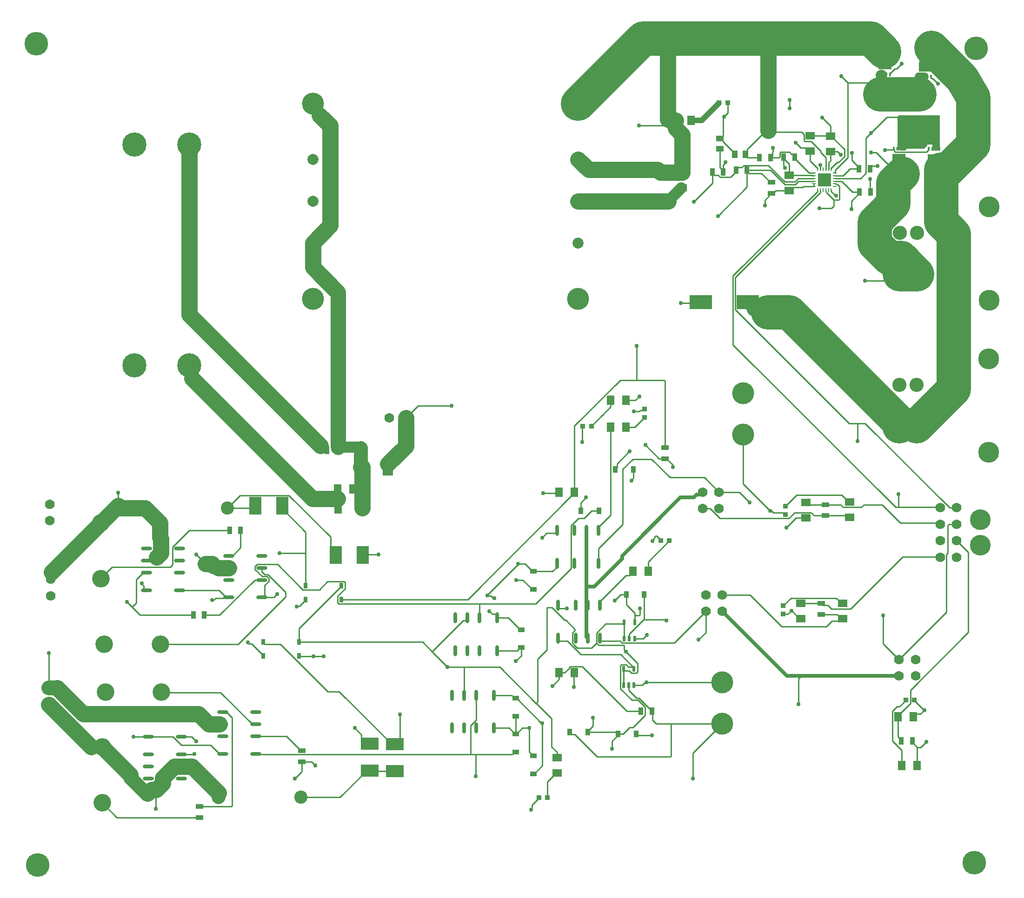
<source format=gtl>
G04*
G04 #@! TF.GenerationSoftware,Altium Limited,Altium Designer,21.7.2 (23)*
G04*
G04 Layer_Physical_Order=1*
G04 Layer_Color=255*
%FSLAX25Y25*%
%MOIN*%
G70*
G04*
G04 #@! TF.SameCoordinates,1753F5FE-5082-4D15-9E76-917EA7E0E8BB*
G04*
G04*
G04 #@! TF.FilePolarity,Positive*
G04*
G01*
G75*
%ADD12C,0.01000*%
%ADD17C,0.03000*%
%ADD18R,0.03583X0.04803*%
%ADD19R,0.01654X0.02756*%
%ADD20R,0.09331X0.06732*%
%ADD21O,0.02756X0.07874*%
%ADD22R,0.04803X0.03583*%
%ADD23R,0.03543X0.05315*%
%ADD24R,0.00984X0.02756*%
%ADD25R,0.09646X0.09646*%
%ADD26R,0.02756X0.00984*%
%ADD27R,0.06890X0.05709*%
%ADD28R,0.05709X0.06890*%
%ADD29R,0.12795X0.08661*%
%ADD30O,0.07874X0.02756*%
%ADD31R,0.08661X0.12795*%
%ADD32R,0.05315X0.03543*%
%ADD33R,0.03543X0.03740*%
%ADD34R,0.03740X0.03543*%
%ADD35R,0.02362X0.03937*%
%ADD36R,0.07717X0.12402*%
%ADD37R,0.05512X0.08268*%
%ADD38R,0.03150X0.03937*%
%ADD39R,0.16339X0.09843*%
%ADD40R,0.04134X0.05512*%
%ADD41R,0.05512X0.04134*%
%ADD77C,0.10000*%
%ADD78C,0.11811*%
%ADD79C,0.24800*%
%ADD80C,0.02500*%
%ADD81C,0.02000*%
%ADD82C,0.24799*%
%ADD83C,0.01968*%
%ADD84C,0.07874*%
%ADD85C,0.06299*%
%ADD86C,0.05906*%
%ADD87C,0.10236*%
%ADD88C,0.03937*%
%ADD89C,0.11024*%
%ADD90C,0.15748*%
%ADD91C,0.10630*%
%ADD92C,0.15748*%
%ADD93C,0.07000*%
%ADD94C,0.10158*%
%ADD95C,0.15000*%
%ADD96C,0.07874*%
%ADD97C,0.12598*%
%ADD98C,0.09449*%
%ADD99C,0.17323*%
%ADD100C,0.14800*%
%ADD101C,0.16929*%
G36*
X667717Y-102362D02*
X662598D01*
Y-98032D01*
X658661D01*
Y-98819D01*
X656496Y-100984D01*
X637303D01*
Y-78248D01*
X638189Y-77165D01*
X667717D01*
Y-102362D01*
D02*
G37*
D12*
X437087Y-520583D02*
X440756D01*
X437087Y-520866D02*
Y-520583D01*
Y-521476D02*
Y-520866D01*
X432677Y-525886D02*
X437087Y-521476D01*
X432677Y-531496D02*
Y-525886D01*
X450000Y-520866D02*
X450787Y-521654D01*
X461417D01*
X205512Y-552756D02*
X210630Y-547638D01*
Y-540551D01*
X449016Y-435433D02*
Y-433937D01*
Y-440551D02*
Y-435433D01*
X449409Y-435827D02*
X452170D01*
X452756Y-435241D02*
Y-430709D01*
X452170Y-435827D02*
X452756Y-435241D01*
X449016Y-435433D02*
X449409Y-435827D01*
X105905Y-574409D02*
Y-560811D01*
X77953Y-580709D02*
X137008D01*
X137894D01*
X67323Y-570079D02*
X77953Y-580709D01*
X137008Y-572835D02*
X159788D01*
X160374Y-572249D01*
Y-508996D01*
X134646Y-392126D02*
X141339Y-398819D01*
X78740Y-357087D02*
Y-347638D01*
X450394Y-266929D02*
X470280D01*
X438743D02*
X450394D01*
Y-242520D01*
X466535Y-323228D02*
X470866D01*
X456693Y-313386D02*
X466535Y-323228D01*
X455492Y-438677D02*
X471654D01*
X471752Y-323228D02*
X475995Y-327472D01*
Y-329145D02*
X476378Y-329528D01*
X470866Y-323228D02*
X471752D01*
X475995Y-329145D02*
Y-327472D01*
X475197Y-513386D02*
X511811D01*
X464629D02*
X475197D01*
Y-536560D02*
Y-513386D01*
X474611Y-537146D02*
X475197Y-536560D01*
X452144Y-494967D02*
X461811Y-504634D01*
Y-510568D02*
Y-504634D01*
Y-510568D02*
X464629Y-513386D01*
X457480Y-483858D02*
X511811D01*
X526772Y-341339D02*
Y-305906D01*
Y-341339D02*
X546063Y-360630D01*
X548630Y-362114D02*
X555815D01*
X546063Y-360630D02*
X547145D01*
X548630Y-362114D01*
X617717Y-131496D02*
X618110Y-131890D01*
X617717Y-131496D02*
Y-122835D01*
X618988Y-113386D02*
X623228D01*
X622047Y-103543D02*
X631299Y-112795D01*
X618504Y-103543D02*
X622047D01*
X631299Y-112795D02*
X634744D01*
X638583Y-78347D02*
X638976Y-77953D01*
X629921Y-78347D02*
X638583D01*
X618504Y-89764D02*
X629921Y-78347D01*
X637303Y-100984D02*
X637402Y-100886D01*
X634744Y-101259D02*
X635071Y-101586D01*
X614945Y-118426D02*
Y-93323D01*
X611127Y-122244D02*
X614945Y-118426D01*
X617717Y-115354D02*
Y-114657D01*
X635657Y-103362D02*
X658213D01*
X617717Y-114657D02*
X618988Y-113386D01*
X635071Y-102776D02*
X635657Y-103362D01*
X614945Y-93323D02*
X618504Y-89764D01*
X635071Y-102776D02*
Y-101586D01*
X658213Y-103362D02*
X659941Y-101634D01*
X652783Y-61051D02*
X654098Y-62365D01*
X626606Y-48280D02*
X627058Y-48287D01*
X627058D01*
X625972Y-49382D02*
X627067Y-48287D01*
X625859Y-48267D02*
X626606Y-48280D01*
X627058Y-48287D02*
X627067Y-48287D01*
X652783Y-61051D02*
Y-49409D01*
X625197Y-62205D02*
Y-53681D01*
Y-63194D02*
Y-62205D01*
X662009Y-50651D02*
X662856D01*
X666535Y-54331D01*
X661646Y-50287D02*
X662009Y-50651D01*
X661344Y-50287D02*
X661646D01*
X601713Y-53681D02*
X625197D01*
Y-50157D01*
X625972Y-49382D01*
X653512Y-63779D02*
X654098Y-63194D01*
Y-62365D01*
X625197Y-63194D02*
X625783Y-63779D01*
X661319Y-49409D02*
X661344Y-50287D01*
X609055Y-115354D02*
Y-113681D01*
X628346Y-101969D02*
X628729Y-101586D01*
X634417D01*
X634744Y-101259D01*
Y-100984D01*
X642421Y-113347D02*
Y-112795D01*
X659941Y-101634D02*
Y-101083D01*
X544882Y-86221D02*
X547638Y-88976D01*
X544882Y-86221D02*
Y-86221D01*
X674675Y-358533D02*
X679850D01*
X608661Y-298031D02*
X614173D01*
X674675Y-358533D01*
X595265Y-137795D02*
X595807Y-137253D01*
Y-128153D01*
X594312Y-126657D02*
X595807Y-128153D01*
X593866Y-126657D02*
X594312D01*
X593390Y-126181D02*
X593866Y-126657D01*
X592520Y-126181D02*
X593390D01*
X583465Y-78740D02*
X589370Y-84646D01*
Y-92126D02*
Y-84646D01*
X574803Y-91732D02*
X588976D01*
X589370Y-92126D01*
X512992Y-78494D02*
Y-77953D01*
X515650Y-75295D02*
Y-68110D01*
X512992Y-77953D02*
X515650Y-75295D01*
X512492Y-78994D02*
X512992Y-78494D01*
X512492Y-92134D02*
Y-78994D01*
X520866Y-105118D02*
Y-104429D01*
X512492Y-96055D02*
X520866Y-104429D01*
X512492Y-96055D02*
Y-95268D01*
X510925Y-93701D02*
X512492Y-95268D01*
X592520Y-122244D02*
X611127D01*
X519547Y-241595D02*
Y-192150D01*
X580118Y-131579D01*
X519547Y-241595D02*
X636092Y-358139D01*
X638583D01*
X672550Y-392069D02*
X673622Y-390997D01*
Y-371125D01*
X674414Y-370333D01*
X672550Y-433366D02*
Y-392069D01*
X674414Y-370333D02*
X679850D01*
X463967Y-378870D02*
X464795D01*
X463260Y-379577D02*
X463967Y-378870D01*
X463260Y-380450D02*
Y-379577D01*
X461885Y-382366D02*
Y-381824D01*
X464795Y-378870D02*
X466445Y-380520D01*
X461885Y-381824D02*
X463260Y-380450D01*
X466445Y-380520D02*
X466543D01*
X467815Y-381890D02*
Y-381791D01*
X466543Y-380520D02*
X467815Y-381791D01*
X498990Y-336796D02*
X509449Y-347255D01*
X474348Y-336796D02*
X498990D01*
X509449Y-347255D02*
X524027D01*
X440551Y-370401D02*
Y-330854D01*
X423228Y-387723D02*
X440551Y-370401D01*
X423228Y-398425D02*
Y-387723D01*
X445276Y-318110D02*
X445413D01*
X436409Y-326976D02*
X445276Y-318110D01*
X446850Y-338435D02*
X448032Y-337254D01*
Y-331102D01*
X446850Y-332283D02*
X448032Y-331102D01*
X446850Y-338976D02*
Y-338435D01*
X436409Y-329811D02*
Y-326976D01*
X452425Y-289370D02*
X452925Y-288870D01*
X455027D01*
X448425Y-289370D02*
X452425D01*
X511800Y-420877D02*
X531674D01*
X596681Y-439539D02*
X598032Y-438189D01*
X531674Y-420877D02*
X554340Y-443543D01*
X586583D01*
X124213Y-535236D02*
X133268D01*
X124016Y-535433D02*
X124213Y-535236D01*
X97154Y-416905D02*
Y-414624D01*
X96318Y-404307D02*
X97129Y-405118D01*
X95669Y-413140D02*
X97154Y-414624D01*
X86024Y-426968D02*
X88779Y-429724D01*
X74417Y-401181D02*
X116142D01*
X98425Y-405118D02*
X98819Y-405512D01*
X95669Y-413140D02*
Y-412598D01*
X116142Y-401181D02*
X117898Y-399425D01*
X66535Y-409063D02*
X74417Y-401181D01*
X66535Y-409449D02*
Y-409063D01*
X99213Y-396457D02*
X101772D01*
X117898Y-399425D02*
Y-386810D01*
X129905Y-374803D01*
X158661D01*
X252347Y-329528D02*
Y-315165D01*
X236221Y-351969D02*
Y-344882D01*
Y-358268D02*
Y-351969D01*
Y-358268D02*
X236614Y-358661D01*
X236221Y-344882D02*
Y-344291D01*
X445284Y-406882D02*
X447638Y-404528D01*
X442921Y-406882D02*
X445284D01*
X424016Y-425787D02*
X442921Y-406882D01*
X424016Y-428346D02*
Y-425787D01*
X405823Y-456906D02*
X407792Y-458874D01*
X418215D01*
X405708Y-456906D02*
X405823D01*
X418215Y-458874D02*
X421638Y-455451D01*
X303937Y-461811D02*
X314690Y-472564D01*
X326772Y-472835D02*
X327165D01*
X314961D02*
X326772D01*
X314690D02*
X314961D01*
X421638Y-453728D02*
Y-448424D01*
X441535Y-460481D02*
X451181Y-470126D01*
X421638Y-448424D02*
X428190Y-441872D01*
X406279Y-446461D02*
Y-445632D01*
X404315Y-455513D02*
X405708Y-456906D01*
X404315Y-455513D02*
Y-448424D01*
X399729Y-439083D02*
X406279Y-445632D01*
X394906Y-454028D02*
X400709D01*
X410387Y-463705D02*
X439099D01*
X404315Y-448424D02*
X406279Y-446461D01*
X400709Y-454028D02*
X410387Y-463705D01*
X601713Y-107427D02*
Y-53681D01*
X632185Y-47736D02*
Y-47185D01*
X635536Y-43834D01*
X636874D01*
X640551Y-40157D01*
X597047Y-49016D02*
X601713Y-53681D01*
X451968Y-84252D02*
X468706D01*
X472835Y-80123D01*
X614173Y-195669D02*
X634331D01*
X639055Y-190945D01*
X363779Y-520709D02*
Y-508032D01*
X363169Y-520709D02*
X363779D01*
X348031Y-516535D02*
X358996D01*
X363169Y-520709D01*
X364390Y-495118D02*
X382264Y-512992D01*
X363779Y-495118D02*
X364390D01*
X382264Y-512992D02*
X382677D01*
X360965Y-492913D02*
X363169Y-495118D01*
X363779D01*
X348031Y-492913D02*
X360965D01*
X331496Y-535524D02*
X334646D01*
X181582D02*
X331496D01*
Y-514550D01*
X335433Y-510613D02*
Y-492913D01*
X331496Y-514550D02*
X335433Y-510613D01*
X327165Y-472835D02*
X352362D01*
X326772Y-492913D02*
Y-473228D01*
X327165Y-472835D01*
X382677Y-543524D02*
Y-512992D01*
X376988Y-549213D02*
X382677Y-543524D01*
X344939Y-432677D02*
X347032Y-434770D01*
X350394Y-437402D02*
Y-435581D01*
X349583Y-434770D02*
X350394Y-435581D01*
X347032Y-434770D02*
X349583D01*
X344882Y-432677D02*
X344939D01*
X343690Y-421642D02*
X346298D01*
X347884Y-423228D01*
X343307Y-421260D02*
X343690Y-421642D01*
X347884Y-423228D02*
X348425D01*
X378237Y-427260D02*
X403528Y-401969D01*
X337795Y-427260D02*
X378237D01*
X236790D02*
X337795D01*
X337795Y-427260D02*
X337795Y-427260D01*
X337795Y-437402D02*
Y-427260D01*
X350394Y-437402D02*
X358602D01*
X367106Y-445905D01*
X367717D01*
X363779Y-468504D02*
X367717Y-464567D01*
Y-458819D01*
X367106D02*
X367717D01*
X350394Y-461024D02*
X364902D01*
X367106Y-458819D01*
X296969Y-454843D02*
X303937Y-461811D01*
X329134Y-438681D02*
Y-437402D01*
X328323Y-439492D02*
X329134Y-438681D01*
X326256Y-439492D02*
X328323D01*
X303937Y-461811D02*
X326256Y-439492D01*
X378150Y-498622D02*
X378543D01*
X386221Y-429921D02*
X389747D01*
X398909Y-439083D01*
X386221Y-460433D02*
Y-429921D01*
X398909Y-439083D02*
X399729D01*
X94488Y-435433D02*
X132677D01*
X88779Y-429724D02*
X94488Y-435433D01*
X91732Y-426772D02*
Y-410039D01*
X88779Y-429724D02*
X91732Y-426772D01*
X151591Y-435433D02*
X176788Y-410236D01*
X140551Y-435433D02*
X141823Y-434161D01*
Y-433276D01*
X140551Y-435433D02*
X151591D01*
X560236Y-72047D02*
Y-66142D01*
X548032Y-103394D02*
Y-100394D01*
X546457Y-107480D02*
X547728Y-106209D01*
Y-103697D01*
X548032Y-103394D01*
X555905Y-107972D02*
Y-107087D01*
Y-113238D02*
Y-107972D01*
Y-113238D02*
X556693Y-114026D01*
Y-114567D02*
Y-114026D01*
X504724Y-118602D02*
Y-117717D01*
Y-125591D02*
Y-118602D01*
X491339Y-138976D02*
X504724Y-125591D01*
X610236Y-132776D02*
Y-131890D01*
X604331Y-138681D02*
X610236Y-132776D01*
X604331Y-144488D02*
Y-138681D01*
X603441Y-115354D02*
X609055D01*
X604724Y-109350D02*
Y-103937D01*
Y-109350D02*
X609055Y-113681D01*
X608661Y-298031D02*
Y-298031D01*
Y-310630D02*
Y-298031D01*
X602720D02*
X608661D01*
X608661Y-298031D01*
X638583Y-358139D02*
X667657D01*
X638189Y-357746D02*
Y-348819D01*
Y-357746D02*
X638583Y-358139D01*
X521047Y-216359D02*
X602720Y-298031D01*
X566535Y-481091D02*
X568504Y-479123D01*
X566535Y-499213D02*
Y-481091D01*
X529528Y-117421D02*
Y-116535D01*
Y-128347D02*
Y-117421D01*
X508661Y-149213D02*
X529528Y-128347D01*
X572449Y-100402D02*
X574803Y-102756D01*
X564567Y-96850D02*
X568118Y-100402D01*
X572449D01*
X482283Y-211811D02*
X495768D01*
X496555Y-211024D01*
X582087Y-115748D02*
X582094Y-115740D01*
Y-112787D01*
X582283Y-112598D01*
X589370Y-92126D02*
X589961D01*
X595189Y-110709D02*
X599350Y-106547D01*
Y-101516D01*
X594130Y-110709D02*
X595189D01*
X589961Y-92126D02*
X599350Y-101516D01*
X589961Y-114878D02*
X594130Y-110709D01*
X589961Y-115748D02*
Y-114878D01*
X594488Y-103150D02*
X596850Y-105512D01*
X589370Y-103150D02*
X594488D01*
X653642Y-49409D02*
X654232D01*
X592833Y-118307D02*
X592840Y-118299D01*
X592520Y-118307D02*
X592833D01*
X592840Y-118299D02*
Y-116299D01*
X601713Y-107427D01*
X581496Y-143701D02*
X590279D01*
X591794Y-142185D01*
Y-137795D01*
X593027Y-134646D02*
X593307D01*
X589961Y-131579D02*
Y-130709D01*
Y-131579D02*
X593027Y-134646D01*
X591794Y-137795D02*
X595265D01*
X587086Y-133087D02*
X591794Y-137795D01*
X587086Y-133087D02*
X587086D01*
X586500Y-132501D02*
X587086Y-133087D01*
X530217Y-211024D02*
X534638Y-215445D01*
X586031Y-131587D02*
X586500Y-132055D01*
Y-132501D02*
Y-132055D01*
X521047Y-193520D02*
X582079Y-132488D01*
X521047Y-216359D02*
Y-193520D01*
X582079Y-130717D02*
X582087Y-130709D01*
X582079Y-132488D02*
Y-130717D01*
X580118Y-131579D02*
Y-130709D01*
X512598Y-116831D02*
Y-112746D01*
Y-117717D02*
Y-116831D01*
X514173Y-111171D02*
Y-110630D01*
X512598Y-112746D02*
X514173Y-111171D01*
X589370Y-109502D02*
Y-103150D01*
X587992Y-110880D02*
X589370Y-109502D01*
X587992Y-115748D02*
Y-110880D01*
X580118Y-115748D02*
Y-114878D01*
X574803Y-109563D02*
Y-102756D01*
Y-109563D02*
X580118Y-114878D01*
X657480Y-42224D02*
X658779D01*
X598520Y-120276D02*
X603441Y-115354D01*
X592520Y-120276D02*
X598520D01*
X546358Y-133071D02*
X547244D01*
X545087Y-134343D02*
X546358Y-133071D01*
X545087Y-135228D02*
Y-134343D01*
X542583Y-137732D02*
X545087Y-135228D01*
X542583Y-141669D02*
Y-137732D01*
X542520Y-141732D02*
X542583Y-141669D01*
X597339Y-124213D02*
X605016Y-131890D01*
X610236D01*
X592520Y-124213D02*
X597339D01*
X576492Y-120079D02*
X576689Y-120276D01*
X577559D01*
X559842Y-120079D02*
X576492D01*
X556853Y-124803D02*
X563920D01*
X566479Y-122244D01*
X544928Y-112878D02*
X556853Y-124803D01*
X564073Y-126772D02*
X566632Y-124213D01*
X562787Y-128748D02*
X569435D01*
X560433Y-131102D02*
X562787Y-128748D01*
X570034Y-128150D02*
X577559D01*
X546464Y-116535D02*
X556701Y-126772D01*
X564073D01*
X569435Y-128748D02*
X570034Y-128150D01*
X550098Y-131102D02*
X560433D01*
X566479Y-122244D02*
X577559D01*
X527342Y-112878D02*
X544928D01*
X522925Y-114378D02*
X525842D01*
X521654Y-115650D02*
X522925Y-114378D01*
X525842D02*
X527342Y-112878D01*
X529528Y-116535D02*
X546464D01*
X521654D02*
Y-115650D01*
X566632Y-124213D02*
X577559D01*
X529528Y-117421D02*
X530799Y-118693D01*
X539854D01*
X546358Y-125197D02*
X547244D01*
X539854Y-118693D02*
X546358Y-125197D01*
X555905Y-107972D02*
X559842Y-111909D01*
Y-120079D02*
Y-111909D01*
X505996Y-119874D02*
X508913D01*
X521654Y-117421D02*
Y-116535D01*
X504724Y-118602D02*
X505996Y-119874D01*
X508913D02*
X510413Y-121374D01*
X517701D01*
X521654Y-117421D01*
X548130Y-133071D02*
X550098Y-131102D01*
X547244Y-133071D02*
X548130D01*
X577559Y-128150D02*
Y-126181D01*
X563779Y-107972D02*
X574114Y-118307D01*
X577559D01*
X563779Y-107972D02*
Y-107087D01*
X561622Y-104929D02*
X562508D01*
X560122Y-103429D02*
X561622Y-104929D01*
X553720Y-103429D02*
X560122D01*
X553134Y-104015D02*
X553720Y-103429D01*
X563779Y-107087D02*
Y-106201D01*
X562508Y-104929D02*
X563779Y-106201D01*
X553134Y-106895D02*
Y-104015D01*
X546457Y-107480D02*
X552548D01*
X553134Y-106895D01*
X547638Y-88976D02*
X568737D01*
X570358Y-90598D01*
Y-95001D02*
X570944Y-95587D01*
X575347D01*
X570358Y-95001D02*
Y-90598D01*
X575347Y-95587D02*
X582339Y-102578D01*
X529637Y-101465D02*
X544882Y-86221D01*
X528346Y-105118D02*
X529637Y-103827D01*
Y-101465D01*
X582339Y-103832D02*
Y-102578D01*
Y-103832D02*
X586024Y-107517D01*
Y-115748D02*
Y-107517D01*
X529913Y-107374D02*
X530602D01*
X530709Y-107480D01*
X528346Y-105807D02*
Y-105118D01*
Y-105807D02*
X529913Y-107374D01*
X530709Y-107480D02*
X538583D01*
X510236Y-114469D02*
X512598Y-116831D01*
X510236Y-114469D02*
Y-101181D01*
Y-93701D02*
X510925D01*
X512492Y-92134D01*
X472185Y-21910D02*
X472835D01*
X478375Y-85068D02*
Y-80737D01*
X509547Y-68209D02*
Y-68110D01*
X482480Y-129134D02*
X483071D01*
X277165Y-528150D02*
X280709Y-524606D01*
Y-506693D01*
X335039Y-551181D02*
Y-535917D01*
X334646Y-535524D02*
X335039Y-535917D01*
X334646Y-535524D02*
X361292D01*
X183138Y-422835D02*
X190551D01*
X181890D02*
X183138D01*
X190551D02*
X192913Y-420472D01*
X109055Y-456299D02*
X164961D01*
X186055Y-406358D02*
X198819Y-419122D01*
X164961Y-456299D02*
X198819Y-422441D01*
Y-419122D01*
X172419Y-455884D02*
X174309D01*
X171653Y-455118D02*
X172419Y-455884D01*
X174309D02*
X182874Y-464449D01*
X365354Y-399016D02*
Y-398819D01*
X343307Y-421260D02*
Y-421063D01*
X365354Y-399016D01*
X213189Y-391732D02*
Y-375886D01*
Y-414291D02*
Y-391732D01*
X212402Y-390945D02*
X213189Y-391732D01*
X194488Y-390945D02*
X212402D01*
X254528Y-392126D02*
X265354D01*
X254134Y-392520D02*
X254528Y-392126D01*
X177559Y-535039D02*
X177895Y-535375D01*
X181434D01*
X181582Y-535524D01*
X361878Y-534938D02*
Y-534913D01*
X361292Y-535524D02*
X361878Y-534938D01*
X110236Y-490945D02*
X152165D01*
X109843Y-490551D02*
X110236Y-490945D01*
X218307Y-71965D02*
Y-68583D01*
Y-71965D02*
X223244Y-76903D01*
X133268Y-535236D02*
X133465Y-535039D01*
X210630Y-540551D02*
X217323D01*
X220079Y-543307D01*
X175000Y-513779D02*
X177559D01*
X152165Y-490945D02*
X175000Y-513779D01*
X182874Y-455236D02*
X183949Y-456311D01*
X228979Y-490315D02*
X237264D01*
X275098Y-528150D02*
X277165D01*
X182874Y-455236D02*
Y-454843D01*
X183949Y-456311D02*
X194975D01*
X228979Y-490315D01*
X237264D02*
X275098Y-528150D01*
X256988Y-527756D02*
X259055D01*
X253157Y-523925D02*
X256988Y-527756D01*
X253157Y-523925D02*
Y-521268D01*
X248425Y-516535D02*
X253157Y-521268D01*
X259252Y-547244D02*
X282677D01*
X209842Y-566142D02*
X237894D01*
X256988Y-547047D01*
X259055D01*
X361878Y-534913D02*
X363169Y-533622D01*
X177559Y-522441D02*
X199508D01*
X209744Y-532677D01*
X210630D01*
X153937Y-505118D02*
X156496D01*
X160374Y-508996D01*
X89764Y-522835D02*
X100394D01*
X151378Y-535039D02*
X153937D01*
X145108Y-528769D02*
X151378Y-535039D01*
X124028Y-528769D02*
X145108D01*
X118094Y-522835D02*
X124028Y-528769D01*
X100394Y-522835D02*
X118094D01*
X154659Y-421310D02*
Y-421228D01*
X151147Y-417717D02*
X154659Y-421228D01*
X156184Y-422835D02*
X158268D01*
X154659Y-421310D02*
X156184Y-422835D01*
X157932Y-423171D02*
X158268Y-422835D01*
X154245Y-423228D02*
X154303Y-423171D01*
X147145Y-424803D02*
X148720Y-423228D01*
X154303Y-423171D02*
X157932D01*
X148720Y-423228D02*
X154245D01*
X146063Y-424803D02*
X147145D01*
X131496Y-522835D02*
X134646Y-525984D01*
X124016Y-522835D02*
X131496D01*
X361878Y-532331D02*
X363169Y-533622D01*
X363779D01*
X259055Y-547047D02*
X259252Y-547244D01*
X59449Y-529921D02*
X67323D01*
X151378Y-513779D02*
X153937D01*
X210630Y-532677D02*
X211516D01*
X240769Y-411323D02*
X241354Y-411909D01*
X228953Y-411323D02*
X240769D01*
X223016Y-417260D02*
X228953Y-411323D01*
X182251Y-407858D02*
X185434D01*
X186827Y-409251D01*
Y-411221D02*
Y-409251D01*
X183949Y-414099D02*
X186827Y-411221D01*
X236205Y-426674D02*
X236790Y-427260D01*
X183949Y-422023D02*
Y-414099D01*
X236205Y-426674D02*
Y-421866D01*
X183138Y-422835D02*
X183949Y-422023D01*
X236205Y-421866D02*
X241354Y-416716D01*
Y-411909D01*
X176953Y-402560D02*
X182251Y-407858D01*
X176953Y-400590D02*
X178346Y-399197D01*
X193137D02*
X211200Y-417260D01*
X181890Y-404314D02*
X183934Y-406358D01*
X176953Y-402560D02*
Y-400590D01*
X178346Y-399197D02*
X193137D01*
X183934Y-406358D02*
X186055D01*
X211200Y-417260D02*
X223016D01*
X329449Y-424291D02*
X405905Y-347835D01*
Y-347244D02*
Y-299767D01*
Y-347835D02*
Y-347244D01*
X238779Y-424291D02*
X329449D01*
X196457Y-359154D02*
X213189Y-375886D01*
X181890Y-404314D02*
Y-401575D01*
X208729Y-429145D02*
X213189Y-424685D01*
X207076Y-429145D02*
X208729D01*
X206693Y-429528D02*
X207076Y-429145D01*
X176788Y-410236D02*
X181890D01*
X122835Y-417717D02*
X151147D01*
X97129Y-405118D02*
X98425D01*
X96653D02*
X97129D01*
X98425D02*
X99213D01*
X160827Y-392913D02*
X166535Y-387205D01*
X158268Y-392913D02*
X160827D01*
X166535Y-387205D02*
Y-374803D01*
X231012Y-388689D02*
X234842Y-392520D01*
X231012Y-388689D02*
Y-379499D01*
X201202Y-349689D02*
X231012Y-379499D01*
X166059Y-349689D02*
X201202D01*
X157087Y-358661D02*
X166059Y-349689D01*
X91732Y-410039D02*
X96653Y-405118D01*
X365354Y-398819D02*
X370413D01*
X375768Y-404173D02*
X376378D01*
X370413Y-398819D02*
X375768Y-404173D01*
X97154Y-416905D02*
X97965Y-417717D01*
X99213D01*
X196457Y-359154D02*
Y-357087D01*
X157087Y-358661D02*
X175591D01*
X177165Y-357087D01*
X213189Y-424685D02*
Y-424291D01*
X208465Y-445000D02*
X238779Y-414685D01*
X208465Y-454843D02*
Y-445000D01*
X238779Y-414685D02*
Y-414291D01*
X434646Y-425197D02*
X438976Y-420866D01*
X530217Y-211024D02*
X533465D01*
X447757Y-323648D02*
X461200D01*
X440551Y-330854D02*
X447757Y-323648D01*
X461200D02*
X474348Y-336796D01*
X236221Y-317323D02*
Y-315165D01*
X252347D02*
X252933Y-315751D01*
X272264Y-329528D02*
Y-327185D01*
X285039Y-294094D02*
X293701Y-285433D01*
X638594Y-467323D02*
X672550Y-433366D01*
X667657Y-393539D02*
X668050Y-393933D01*
X641166Y-393539D02*
X667657D01*
X679850Y-382133D02*
X688189Y-390472D01*
Y-447691D02*
Y-390472D01*
X646638Y-489243D02*
X688189Y-447691D01*
X668137Y-369291D02*
X668587Y-369742D01*
X639149Y-368999D02*
X639441Y-369291D01*
X668137D01*
X668587Y-369742D02*
X669295Y-369291D01*
X626449Y-356299D02*
X639149Y-368999D01*
X471654Y-438677D02*
X471726Y-438605D01*
X445276Y-448894D02*
X455492Y-438677D01*
X455905Y-438264D01*
X651575Y-530413D02*
X654232D01*
X658268Y-526378D01*
X627165Y-455895D02*
Y-435827D01*
Y-455895D02*
X638594Y-467323D01*
X497649Y-347255D02*
X498797Y-346107D01*
X449606Y-281496D02*
X452362Y-278740D01*
X442913Y-281496D02*
X449606D01*
X470866Y-315354D02*
Y-267515D01*
X405905Y-299767D02*
X438743Y-266929D01*
X470280D02*
X470866Y-267515D01*
X451181Y-476020D02*
Y-470126D01*
X450217Y-476984D02*
X451181Y-476020D01*
X446770Y-476984D02*
X450217D01*
X447753Y-515965D02*
X456315Y-507402D01*
X451522Y-496466D02*
X456315Y-501259D01*
Y-507402D02*
Y-501259D01*
X422053Y-537146D02*
X474611D01*
X440756Y-520583D02*
X445374Y-515965D01*
X447753D01*
X389627Y-530066D02*
X393307Y-533747D01*
Y-537795D02*
Y-533747D01*
X386614Y-566535D02*
Y-554921D01*
X392717Y-548819D01*
X393307D01*
X374803Y-575197D02*
X375569Y-574432D01*
Y-571577D01*
X389627Y-530066D02*
Y-509705D01*
X378543Y-498622D02*
X389627Y-509705D01*
X415512Y-519291D02*
Y-518681D01*
X419291Y-514902D01*
Y-509055D01*
X218898Y-464961D02*
X225984D01*
X208583D02*
X218898D01*
X394882Y-476772D02*
X398902D01*
X394882D02*
Y-476181D01*
Y-481496D02*
Y-476772D01*
X390158Y-486221D02*
X394882Y-481496D01*
X656398Y-503543D02*
X656693D01*
X656693D01*
X648819Y-508268D02*
X650715Y-506372D01*
X653864D01*
X656693Y-503543D01*
X649409Y-496555D02*
Y-496457D01*
Y-496555D02*
X656398Y-503543D01*
X457729Y-449606D02*
X457874D01*
X449016Y-452362D02*
X454973D01*
X457729Y-449606D01*
X408465Y-208583D02*
X409094Y-209213D01*
X574803Y-91732D02*
X576772Y-93701D01*
X561417Y-432283D02*
X561614D01*
X567520Y-438189D02*
X568110D01*
X561614Y-432283D02*
X567520Y-438189D01*
X558858Y-434842D02*
X561417Y-432283D01*
X555512Y-434842D02*
X558858D01*
X555815Y-362114D02*
X557087Y-363386D01*
X564961Y-365748D02*
X571654D01*
X557874Y-372835D02*
X564961Y-365748D01*
X524027Y-347255D02*
X531496Y-354724D01*
X455027Y-288870D02*
X456299Y-287598D01*
X435118Y-331102D02*
X436409Y-329811D01*
X411417Y-311417D02*
Y-300492D01*
X411909Y-300000D01*
X410472Y-354882D02*
X414173Y-351181D01*
X410472Y-360630D02*
Y-354882D01*
X383465Y-348031D02*
X394094D01*
X394882Y-347244D01*
X392496Y-376862D02*
X393307Y-376051D01*
X382677Y-379921D02*
X385736Y-376862D01*
X393307Y-376051D02*
Y-374803D01*
X385736Y-376862D02*
X392496D01*
X368917Y-410236D02*
X375768Y-417087D01*
X376378D01*
X364173Y-410236D02*
X368917D01*
X394094Y-429746D02*
X394906Y-430557D01*
X394094Y-429746D02*
Y-428346D01*
X394906Y-430557D02*
X400242D01*
X400394Y-430709D01*
X456398Y-483858D02*
X457480D01*
X448622Y-485827D02*
X454429D01*
X456398Y-483858D01*
X405512Y-477165D02*
X405905Y-476772D01*
X405512Y-487008D02*
Y-477165D01*
X374476Y-535008D02*
X375768Y-536299D01*
X374476Y-535008D02*
Y-534398D01*
X373622Y-533543D02*
X374476Y-534398D01*
X375768Y-536299D02*
X376378D01*
X373622Y-533543D02*
Y-516535D01*
X380512Y-566634D02*
Y-566535D01*
X375569Y-571577D02*
X380512Y-566634D01*
X368563Y-516535D02*
X373622D01*
X363779Y-520709D02*
X364390D01*
X368563Y-516535D01*
X182874Y-464843D02*
Y-464449D01*
X68898Y-456299D02*
X70791Y-454405D01*
X613509Y-356299D02*
X626449D01*
X611623Y-358185D02*
X613509Y-356299D01*
X489370Y-80709D02*
Y-80118D01*
X632037Y-33415D02*
X632185Y-33563D01*
X590075Y-431020D02*
X603685D01*
X641166Y-393539D01*
X583949Y-428437D02*
X587492D01*
X590075Y-431020D01*
X582677Y-427165D02*
X583949Y-428437D01*
X646638Y-498835D02*
Y-489243D01*
X637795Y-507677D02*
X646638Y-498835D01*
X637795Y-508268D02*
Y-507677D01*
X643307Y-496555D02*
Y-496457D01*
X633941Y-504409D02*
X637232Y-501118D01*
X638744D02*
X643307Y-496555D01*
X637232Y-501118D02*
X638744D01*
X633941Y-525611D02*
Y-504409D01*
X648032Y-526870D02*
Y-525098D01*
Y-526870D02*
X651575Y-530413D01*
Y-543307D02*
Y-530413D01*
X633941Y-525611D02*
X640551Y-532221D01*
Y-543307D02*
Y-532221D01*
X637795Y-522736D02*
Y-508268D01*
Y-522736D02*
X640158Y-525098D01*
X494882Y-453150D02*
X500000Y-448032D01*
Y-432677D01*
X590587Y-439539D02*
X596681D01*
X586583Y-443543D02*
X590587Y-439539D01*
X594291Y-435039D02*
X597441Y-438189D01*
X598032D01*
X582677Y-435039D02*
X594291D01*
X555610Y-428740D02*
X561039Y-423311D01*
X593587D01*
X597441Y-427165D01*
X598032D01*
X555512Y-428740D02*
X555610D01*
X568110Y-427165D02*
X568110Y-427165D01*
X582677D01*
X490945Y-534252D02*
X511811Y-513386D01*
X490945Y-552756D02*
Y-534252D01*
X596554Y-356299D02*
X598439Y-358185D01*
X585827Y-356299D02*
X596554D01*
X598439Y-358185D02*
X611623D01*
X557185Y-357283D02*
X565098Y-349370D01*
X571654Y-354724D02*
X573228Y-356299D01*
X585827D01*
X565098Y-349370D02*
X597598D01*
X602559Y-354331D01*
X603150D01*
X557087Y-357283D02*
X557185D01*
X601968Y-364173D02*
X603150Y-365354D01*
X585827Y-364173D02*
X601968D01*
X577792D02*
X585827D01*
X575513Y-361894D02*
X577792Y-364173D01*
X563635Y-361894D02*
X575513D01*
X559371Y-366158D02*
X563635Y-361894D01*
X510187Y-366158D02*
X559371D01*
X503085Y-359055D02*
X510187Y-366158D01*
X497649Y-359055D02*
X503085D01*
X442913Y-282087D02*
X445268Y-284441D01*
X442913Y-282087D02*
Y-281496D01*
X423031Y-456906D02*
X441012D01*
X438637Y-454028D02*
X439940Y-455331D01*
X421638Y-455513D02*
Y-453728D01*
X441012Y-456906D02*
X441535Y-457428D01*
Y-460481D02*
Y-457428D01*
X439940Y-455331D02*
X477347D01*
X500000Y-432677D01*
X421638Y-455513D02*
X423031Y-456906D01*
X424016Y-453216D02*
X424827Y-454028D01*
X438637D01*
X424016Y-453216D02*
Y-451968D01*
X441535Y-452362D02*
Y-441191D01*
X406101Y-521193D02*
X422053Y-537146D01*
X402598Y-519902D02*
X403890Y-521193D01*
X406101D01*
X443456Y-504331D02*
X453543D01*
X402637Y-472327D02*
X411452D01*
X443456Y-504331D01*
X447218Y-496466D02*
X451522D01*
X438961Y-488209D02*
X447218Y-496466D01*
X438961Y-488209D02*
Y-471633D01*
X378543Y-498622D02*
X379618Y-497547D01*
Y-467035D01*
X386221Y-460433D01*
X375768Y-549213D02*
X376378D01*
X376988D01*
X352362Y-472835D02*
X378150Y-498622D01*
X439099Y-463705D02*
X447941Y-472547D01*
X438961Y-471633D02*
X439546Y-471047D01*
X442994D01*
X447941Y-472547D02*
X448622Y-473228D01*
X444494Y-472547D02*
X447941D01*
X450553Y-494967D02*
X452144D01*
X448622Y-474016D02*
Y-473228D01*
X444882Y-489295D02*
X450553Y-494967D01*
X442994Y-471047D02*
X444494Y-472547D01*
X444882Y-489295D02*
Y-485827D01*
X445270Y-475484D02*
X446770Y-476984D01*
X398902Y-476772D02*
X402051Y-473622D01*
Y-472913D01*
X402637Y-472327D01*
X455905Y-438264D02*
Y-420866D01*
X445276Y-452362D02*
Y-448894D01*
X442992Y-427913D02*
Y-420866D01*
Y-427913D02*
X449016Y-433937D01*
X438976Y-420866D02*
X442992D01*
X447638Y-404528D02*
Y-403937D01*
X415354Y-428346D02*
Y-425787D01*
X403528Y-401969D02*
Y-371259D01*
X441535Y-441191D02*
Y-440551D01*
X428190Y-441872D02*
X440854D01*
X441535Y-441191D01*
X390118Y-404173D02*
X393307Y-400984D01*
X376378Y-404173D02*
X390118D01*
X394094Y-453216D02*
Y-451968D01*
Y-453216D02*
X394906Y-454028D01*
X441823Y-475484D02*
X445270D01*
X414567Y-398425D02*
Y-396874D01*
X442913Y-300787D02*
X449114D01*
X456201Y-293701D01*
X441142Y-474803D02*
Y-474016D01*
Y-485827D02*
Y-474803D01*
X441823Y-475484D01*
X458661Y-403937D02*
Y-397244D01*
X473917Y-381988D01*
Y-381890D01*
X435795Y-519291D02*
X437087Y-520583D01*
X415512Y-519291D02*
X435795D01*
X402598Y-519902D02*
Y-519291D01*
X473917Y-381890D02*
Y-381791D01*
X29134Y-487795D02*
Y-462598D01*
X208465Y-454843D02*
X296969D01*
X408842Y-365945D02*
X412886D01*
X418201Y-360630D01*
X403528Y-371259D02*
X408842Y-365945D01*
X418201Y-360630D02*
X423386D01*
X423228Y-372244D02*
X431890Y-363583D01*
Y-300787D01*
X423228Y-374803D02*
Y-372244D01*
X456201Y-293701D02*
X456299D01*
X425537Y-292376D02*
X425636D01*
X431890Y-286122D02*
Y-281496D01*
X418012Y-300000D02*
Y-299902D01*
X425537Y-292376D01*
X425636D02*
X431890Y-286122D01*
X393307Y-400984D02*
Y-399673D01*
X394118Y-400484D01*
X393307Y-399673D02*
Y-398425D01*
X208465Y-464843D02*
X208583Y-464961D01*
X30315Y-421654D02*
X30331Y-421669D01*
X30315Y-409842D02*
X30984Y-409173D01*
Y-404843D01*
X293701Y-285433D02*
X317717D01*
X481890Y-130315D02*
X483071Y-129134D01*
D17*
X432677Y-531496D02*
D03*
X205512Y-552756D02*
D03*
X452756Y-430709D02*
D03*
X105905Y-574409D02*
D03*
X134646Y-392126D02*
D03*
X78740Y-347638D02*
D03*
X450394Y-242520D02*
D03*
X456693Y-313386D02*
D03*
X618504Y-89764D02*
D03*
X508661Y-149213D02*
D03*
X451968Y-84252D02*
D03*
X560236Y-66142D02*
D03*
X556693Y-114567D02*
D03*
X491339Y-138976D02*
D03*
X604331Y-144488D02*
D03*
X604724Y-103937D02*
D03*
X608661Y-310630D02*
D03*
X638189Y-348819D02*
D03*
X597047Y-49016D02*
D03*
X614173Y-195669D02*
D03*
X566535Y-499213D02*
D03*
X564567Y-96850D02*
D03*
X335039Y-551181D02*
D03*
X192913Y-420472D02*
D03*
X343307Y-421260D02*
D03*
X194488Y-390945D02*
D03*
X225984Y-464961D02*
D03*
X314961Y-472835D02*
D03*
X317717Y-285433D02*
D03*
X531496Y-354724D02*
D03*
X490945Y-552756D02*
D03*
X85039Y-425984D02*
D03*
X627165Y-435827D02*
D03*
X494882Y-453150D02*
D03*
X280709Y-506693D02*
D03*
X29134Y-462598D02*
D03*
X461417Y-521654D02*
D03*
X476378Y-329528D02*
D03*
X546063Y-360630D02*
D03*
X617717Y-122835D02*
D03*
X623228Y-113386D02*
D03*
X666535Y-54331D02*
D03*
X618504Y-103543D02*
D03*
X628346Y-101969D02*
D03*
X512992Y-77953D02*
D03*
X461885Y-382366D02*
D03*
X445413Y-318110D02*
D03*
X446850Y-338976D02*
D03*
X448425Y-289370D02*
D03*
X95669Y-412598D02*
D03*
X540945Y-220079D02*
D03*
X541823Y-215445D02*
D03*
X149213Y-396063D02*
D03*
X149606Y-400394D02*
D03*
X146063Y-398819D02*
D03*
X146850Y-403150D02*
D03*
X640551Y-40157D02*
D03*
X344882Y-432677D02*
D03*
X348425Y-423228D02*
D03*
X363779Y-468504D02*
D03*
X548032Y-100394D02*
D03*
X560236Y-72047D02*
D03*
X482283Y-211811D02*
D03*
X582283Y-112598D02*
D03*
X596850Y-105512D02*
D03*
X581496Y-143701D02*
D03*
X593307Y-134646D02*
D03*
X514173Y-110630D02*
D03*
X583465Y-78740D02*
D03*
X542520Y-141732D02*
D03*
X171653Y-455118D02*
D03*
X265354Y-392126D02*
D03*
X133465Y-535039D02*
D03*
X220079Y-543307D02*
D03*
X89764Y-522835D02*
D03*
X146063Y-424803D02*
D03*
X134646Y-525984D02*
D03*
X248425Y-516535D02*
D03*
X206693Y-429528D02*
D03*
X365354Y-398819D02*
D03*
X434646Y-425197D02*
D03*
X471654Y-439370D02*
D03*
X658268Y-526378D02*
D03*
X544882Y-218504D02*
D03*
X452362Y-278740D02*
D03*
X442913Y-461811D02*
D03*
X374803Y-575197D02*
D03*
X382677Y-512992D02*
D03*
X419291Y-509055D02*
D03*
X390158Y-486221D02*
D03*
X218898Y-464961D02*
D03*
X656693Y-503543D02*
D03*
X457874Y-449606D02*
D03*
X561417Y-432283D02*
D03*
X557874Y-372835D02*
D03*
X411417Y-311417D02*
D03*
X414173Y-351181D02*
D03*
X383465Y-348031D02*
D03*
X382677Y-379921D02*
D03*
X364173Y-410236D02*
D03*
X400394Y-430709D02*
D03*
X457480Y-483858D02*
D03*
X405512Y-487008D02*
D03*
X373622Y-516535D02*
D03*
D18*
X450000Y-520866D02*
D03*
X437087D02*
D03*
X455905Y-420866D02*
D03*
X442992D02*
D03*
X410472Y-360630D02*
D03*
X423386D02*
D03*
X402598Y-519291D02*
D03*
X415512D02*
D03*
X448032Y-331102D02*
D03*
X435118D02*
D03*
D19*
X659941Y-101083D02*
D03*
X662500D02*
D03*
X665059D02*
D03*
X667618D02*
D03*
Y-112894D02*
D03*
X665059D02*
D03*
X659941D02*
D03*
X662500D02*
D03*
X637303Y-112795D02*
D03*
X634744D02*
D03*
X639862D02*
D03*
X642421D02*
D03*
Y-100984D02*
D03*
X639862D02*
D03*
X637303D02*
D03*
X634744D02*
D03*
X661319Y-49409D02*
D03*
X658760D02*
D03*
X656201D02*
D03*
X653642D02*
D03*
Y-37598D02*
D03*
X656201D02*
D03*
X661319D02*
D03*
X658760D02*
D03*
X629626Y-35925D02*
D03*
X632185D02*
D03*
X627067D02*
D03*
X624508D02*
D03*
Y-47736D02*
D03*
X627067D02*
D03*
X629626D02*
D03*
X632185D02*
D03*
D20*
X663779Y-108268D02*
D03*
X638583Y-108169D02*
D03*
X657480Y-42224D02*
D03*
X628346Y-40551D02*
D03*
D21*
X348031Y-492913D02*
D03*
X335433D02*
D03*
X326772D02*
D03*
X318110D02*
D03*
X348031Y-516535D02*
D03*
X335433Y-516535D02*
D03*
X326772D02*
D03*
X318110D02*
D03*
X350394Y-437402D02*
D03*
X337795D02*
D03*
X329134D02*
D03*
X320472D02*
D03*
X350394Y-461024D02*
D03*
X337795Y-461024D02*
D03*
X329134D02*
D03*
X320472D02*
D03*
X423228Y-374803D02*
D03*
X414567D02*
D03*
X405905D02*
D03*
X393307Y-374803D02*
D03*
X423228Y-398425D02*
D03*
X414567D02*
D03*
X405905D02*
D03*
X393307D02*
D03*
X394094Y-451968D02*
D03*
X406693D02*
D03*
X415354D02*
D03*
X424016D02*
D03*
X394094Y-428346D02*
D03*
X406693Y-428346D02*
D03*
X415354D02*
D03*
X424016D02*
D03*
D22*
X363779Y-495118D02*
D03*
Y-508032D02*
D03*
X367717Y-445905D02*
D03*
Y-458819D02*
D03*
X376378Y-536299D02*
D03*
Y-549213D02*
D03*
Y-417087D02*
D03*
Y-404173D02*
D03*
X363779Y-520709D02*
D03*
Y-533622D02*
D03*
D23*
X555905Y-107087D02*
D03*
X563779D02*
D03*
X140551Y-435433D02*
D03*
X132677D02*
D03*
X504724Y-117717D02*
D03*
X512598D02*
D03*
X521654Y-116535D02*
D03*
X529528D02*
D03*
X617717Y-115354D02*
D03*
X609842D02*
D03*
X618110Y-131890D02*
D03*
X610236D02*
D03*
X546457Y-107480D02*
D03*
X538583D02*
D03*
X461417Y-504331D02*
D03*
X453543D02*
D03*
X158661Y-374803D02*
D03*
X166535D02*
D03*
X236221Y-317323D02*
D03*
X228346D02*
D03*
X648032Y-525541D02*
D03*
X640158D02*
D03*
D24*
X586024Y-130709D02*
D03*
X589961D02*
D03*
X582087D02*
D03*
X587992D02*
D03*
X584055D02*
D03*
X580118D02*
D03*
X586024Y-115748D02*
D03*
X584055D02*
D03*
X580118D02*
D03*
X582087D02*
D03*
X587992D02*
D03*
X589961D02*
D03*
D25*
X585039Y-123228D02*
D03*
D26*
X592520Y-118307D02*
D03*
Y-120276D02*
D03*
Y-122244D02*
D03*
Y-124213D02*
D03*
Y-126181D02*
D03*
Y-128150D02*
D03*
X577559D02*
D03*
Y-126181D02*
D03*
Y-124213D02*
D03*
Y-122244D02*
D03*
Y-120276D02*
D03*
Y-118307D02*
D03*
D27*
X559842Y-120079D02*
D03*
Y-131102D02*
D03*
X393307Y-548819D02*
D03*
Y-537795D02*
D03*
X589370Y-92126D02*
D03*
Y-103150D02*
D03*
X574803Y-91732D02*
D03*
Y-102756D02*
D03*
X603150Y-354331D02*
D03*
Y-365354D02*
D03*
X571654Y-365748D02*
D03*
Y-354724D02*
D03*
X568110Y-438189D02*
D03*
Y-427165D02*
D03*
X598032D02*
D03*
Y-438189D02*
D03*
X483071Y-118110D02*
D03*
Y-129134D02*
D03*
D28*
X478346Y-80709D02*
D03*
X489370D02*
D03*
X431890Y-300787D02*
D03*
X442913D02*
D03*
X394882Y-347244D02*
D03*
X405905D02*
D03*
Y-476772D02*
D03*
X394882D02*
D03*
X637795Y-508268D02*
D03*
X648819D02*
D03*
X640551Y-543307D02*
D03*
X651575D02*
D03*
X431890Y-281496D02*
D03*
X442913D02*
D03*
X458661Y-403937D02*
D03*
X447638D02*
D03*
X247244Y-344882D02*
D03*
X236221D02*
D03*
D29*
X259055Y-527756D02*
D03*
Y-547047D02*
D03*
X277165Y-547441D02*
D03*
Y-528150D02*
D03*
D30*
X124016Y-552756D02*
D03*
Y-544095D02*
D03*
Y-535433D02*
D03*
X124016Y-522835D02*
D03*
X100394Y-552756D02*
D03*
Y-544095D02*
D03*
Y-535433D02*
D03*
Y-522835D02*
D03*
X153937Y-505118D02*
D03*
Y-513779D02*
D03*
Y-522441D02*
D03*
X153937Y-535039D02*
D03*
X177559Y-505118D02*
D03*
Y-513779D02*
D03*
Y-522441D02*
D03*
Y-535039D02*
D03*
X158268Y-392913D02*
D03*
Y-401575D02*
D03*
Y-410236D02*
D03*
X158268Y-422835D02*
D03*
X181890Y-392913D02*
D03*
Y-401575D02*
D03*
Y-410236D02*
D03*
Y-422835D02*
D03*
X99213Y-387795D02*
D03*
Y-396457D02*
D03*
Y-405118D02*
D03*
X99213Y-417717D02*
D03*
X122835Y-387795D02*
D03*
Y-396457D02*
D03*
Y-405118D02*
D03*
Y-417717D02*
D03*
D31*
X196457Y-357087D02*
D03*
X177165D02*
D03*
X234842Y-392520D02*
D03*
X254134D02*
D03*
D32*
X547244Y-125197D02*
D03*
Y-133071D02*
D03*
X470866Y-323228D02*
D03*
Y-315354D02*
D03*
X210630Y-540551D02*
D03*
Y-532677D02*
D03*
X585827Y-364173D02*
D03*
Y-356299D02*
D03*
X582677Y-435039D02*
D03*
Y-427165D02*
D03*
X137008Y-572835D02*
D03*
Y-580709D02*
D03*
D33*
X467815Y-381890D02*
D03*
X473917D02*
D03*
X411909Y-300000D02*
D03*
X418012D02*
D03*
X380512Y-566535D02*
D03*
X386614D02*
D03*
X643307Y-496457D02*
D03*
X649409D02*
D03*
X509547Y-68110D02*
D03*
X515650D02*
D03*
D34*
X456299Y-287598D02*
D03*
Y-293701D02*
D03*
X557087Y-357283D02*
D03*
Y-363386D02*
D03*
X555512Y-428740D02*
D03*
Y-434842D02*
D03*
D35*
X448622Y-485827D02*
D03*
X441142D02*
D03*
X448622Y-474016D02*
D03*
X441142D02*
D03*
X444882Y-485827D02*
D03*
X449016Y-452362D02*
D03*
X441535D02*
D03*
X449016Y-440551D02*
D03*
X441535D02*
D03*
X445276Y-452362D02*
D03*
D36*
X252933Y-329528D02*
D03*
X272264D02*
D03*
D37*
X236614Y-358661D02*
D03*
X253937D02*
D03*
D38*
X208465Y-464843D02*
D03*
Y-454843D02*
D03*
X182874Y-464843D02*
D03*
Y-454843D02*
D03*
X213189Y-414291D02*
D03*
Y-424291D02*
D03*
X238779Y-414291D02*
D03*
Y-424291D02*
D03*
D39*
X530217Y-211024D02*
D03*
X496555D02*
D03*
D40*
X520866Y-105118D02*
D03*
X528346D02*
D03*
D41*
X510236Y-93701D02*
D03*
Y-101181D02*
D03*
D77*
X105905Y-560811D02*
X106177Y-560539D01*
X149606Y-400394D02*
X150787Y-401575D01*
X147638Y-400394D02*
X149606D01*
X146063Y-398819D02*
X147244Y-400000D01*
X98738Y-563386D02*
X99819D01*
X87354Y-552002D02*
X98738Y-563386D01*
X252933Y-329528D02*
Y-315751D01*
X150787Y-566142D02*
Y-562992D01*
X87354Y-552002D02*
Y-549952D01*
X29134Y-487795D02*
X29134Y-487795D01*
D78*
X147244Y-400000D02*
X147638Y-400394D01*
X141339Y-398819D02*
X146063D01*
X77165Y-358661D02*
X98032D01*
X66535Y-369291D02*
X77165Y-358661D01*
X30984Y-404843D02*
X66535Y-369291D01*
X77165Y-358661D02*
X78740Y-357087D01*
X544882Y-86221D02*
Y-21910D01*
Y-87894D02*
Y-86221D01*
X534638Y-215445D02*
X541823D01*
X472835Y-80123D02*
Y-21910D01*
X478375Y-86249D02*
X483071Y-90945D01*
Y-118110D02*
Y-90945D01*
X467414Y-118110D02*
X483071D01*
X416024Y-116142D02*
X465445D01*
X408465Y-108583D02*
X416024Y-116142D01*
X129921Y-220079D02*
X223717Y-313874D01*
X110736Y-552469D02*
X119111Y-544095D01*
X106177Y-560539D02*
X110736Y-555980D01*
Y-552469D01*
X102666Y-560539D02*
X106177D01*
X99819Y-563386D02*
X102666Y-560539D01*
X119111Y-544095D02*
X131890D01*
X109555Y-391019D02*
Y-380602D01*
X108650Y-379697D02*
Y-369280D01*
Y-379697D02*
X109555Y-380602D01*
X106390Y-394185D02*
X109555Y-391019D01*
X253937Y-358661D02*
Y-329823D01*
X252933Y-329528D02*
X253642D01*
X253937Y-329823D01*
Y-358661D02*
X253937Y-358661D01*
X218110Y-351969D02*
X236221D01*
X131729Y-265587D02*
X218110Y-351969D01*
X129921Y-220079D02*
Y-98032D01*
X150787Y-401575D02*
X158268D01*
X230709Y-156181D02*
Y-84367D01*
X218307Y-168583D02*
X230709Y-156181D01*
X223244Y-76903D02*
X230709Y-84367D01*
X474409Y-80709D02*
X478346D01*
X408465Y-138583D02*
X473032D01*
X131890Y-544095D02*
X150787Y-562992D01*
X67323Y-529921D02*
X87354Y-549952D01*
X35039Y-487795D02*
X53752Y-506508D01*
X143782Y-513779D02*
X151378D01*
X53752Y-506508D02*
X136510D01*
X143782Y-513779D01*
X29134Y-499606D02*
X59449Y-529921D01*
X98032Y-358661D02*
X108650Y-369280D01*
X218307Y-186024D02*
X236221Y-203937D01*
X218307Y-186024D02*
Y-168583D01*
X272264Y-327185D02*
X285039Y-314409D01*
Y-294094D01*
D79*
X634565Y-125672D02*
X641142Y-119095D01*
X673874Y-116142D02*
X691868Y-98148D01*
X668898Y-153342D02*
Y-116142D01*
X673874D01*
X691868Y-98148D02*
Y-64446D01*
X668898Y-153342D02*
X677953Y-162397D01*
Y-273228D02*
Y-162397D01*
X651181Y-300000D02*
X677953Y-273228D01*
X661811Y-28740D02*
X667037Y-33966D01*
X688461Y-58636D02*
X691868Y-64446D01*
X667037Y-33966D02*
X683858Y-50787D01*
X688461Y-58636D01*
X631608Y-179424D02*
X640054D01*
X651575Y-190945D01*
X634565Y-140510D02*
Y-125672D01*
X621076Y-153998D02*
X634565Y-140510D01*
X621076Y-168892D02*
Y-153998D01*
Y-168892D02*
X631608Y-179424D01*
X639055Y-190945D02*
X651575D01*
X618366Y-21910D02*
X627953Y-31496D01*
X638661Y-300000D02*
Y-297323D01*
X559842Y-218504D02*
X638661Y-297323D01*
X472835Y-21910D02*
X544882D01*
Y-218504D02*
X559842D01*
X544882Y-21910D02*
X618366D01*
X455138D02*
X472185D01*
X408465Y-68583D02*
X455138Y-21910D01*
D80*
X639862Y-100984D02*
X642421D01*
X491514Y-351181D02*
X493546Y-349150D01*
X495754D01*
X481890Y-351181D02*
X491514D01*
X440051Y-395169D02*
Y-393020D01*
X481890Y-351181D01*
X420259Y-414961D02*
X440051Y-395169D01*
X414567Y-451181D02*
Y-414961D01*
X414567Y-414961D02*
X420259D01*
X414567D02*
Y-398425D01*
X568504Y-479123D02*
X638594D01*
X558246D02*
X568504D01*
X414567Y-396874D02*
Y-374803D01*
X511800Y-432677D02*
X558246Y-479123D01*
D81*
X637303Y-100984D02*
X639862D01*
D82*
X625197Y-62205D02*
X653091D01*
D83*
X627180Y-48100D02*
X628346Y-47736D01*
X626606Y-48280D02*
X627180Y-48100D01*
X626139Y-48425D02*
X626606Y-48280D01*
D84*
X625875Y-48425D02*
X626139D01*
X478375Y-86249D02*
Y-85068D01*
X255906Y-353744D02*
Y-341339D01*
X253937Y-358661D02*
X254134Y-358465D01*
Y-355516D02*
X255906Y-353744D01*
X254134Y-358465D02*
Y-355516D01*
X465445Y-116142D02*
X467414Y-118110D01*
X473032Y-138583D02*
X482480Y-129134D01*
X129921Y-256299D02*
X131729Y-258107D01*
Y-265587D02*
Y-258107D01*
X237492Y-315165D02*
X252347D01*
X272342Y-327264D02*
X274803Y-324803D01*
D85*
X625875Y-48425D02*
X625972Y-49382D01*
D86*
X652783Y-49409D02*
X653642D01*
X656201D02*
X656791D01*
X654232D02*
X656201D01*
D87*
X236221Y-315165D02*
X236327D01*
X236221Y-203937D02*
X236327Y-204043D01*
D88*
X541823Y-215445D02*
X544882Y-218504D01*
X489370Y-80709D02*
X497047D01*
X509547Y-68209D01*
D89*
X236327Y-315165D02*
Y-204043D01*
D90*
X638661Y-300000D02*
X651181D01*
D91*
X29134Y-487795D02*
X35039D01*
D92*
X526772Y-305906D02*
D03*
Y-276378D02*
D03*
X218307Y-68583D02*
D03*
Y-208583D02*
D03*
X408465Y-68583D02*
D03*
Y-208583D02*
D03*
X511811Y-513386D02*
D03*
Y-483858D02*
D03*
D93*
X29134Y-499606D02*
D03*
Y-487795D02*
D03*
X497649Y-359055D02*
D03*
Y-347255D02*
D03*
X509449Y-359055D02*
D03*
Y-347255D02*
D03*
X511800Y-420877D02*
D03*
Y-432677D02*
D03*
X500000Y-420877D02*
D03*
Y-432677D02*
D03*
X285039Y-294094D02*
D03*
X273228D02*
D03*
X638594Y-467323D02*
D03*
X650394D02*
D03*
X638594Y-479123D02*
D03*
X650394D02*
D03*
X29921Y-355906D02*
D03*
Y-367717D02*
D03*
X30315Y-421654D02*
D03*
Y-409842D02*
D03*
X668050Y-370333D02*
D03*
Y-358533D02*
D03*
X679850D02*
D03*
Y-370333D02*
D03*
Y-393933D02*
D03*
Y-382133D02*
D03*
X668050D02*
D03*
Y-393933D02*
D03*
D94*
X651575Y-161445D02*
D03*
X639055Y-190945D02*
D03*
Y-161445D02*
D03*
X651575Y-190945D02*
D03*
X651181Y-300000D02*
D03*
X638661Y-270500D02*
D03*
Y-300000D02*
D03*
X651181Y-270500D02*
D03*
D95*
X703268Y-142744D02*
D03*
Y-209646D02*
D03*
X702874Y-318701D02*
D03*
Y-251799D02*
D03*
D96*
X218307Y-108583D02*
D03*
Y-138583D02*
D03*
Y-168583D02*
D03*
X408465Y-108583D02*
D03*
Y-138583D02*
D03*
Y-168583D02*
D03*
D97*
X109843Y-490551D02*
D03*
X69685D02*
D03*
X66535Y-409449D02*
D03*
Y-369291D02*
D03*
X67323Y-529921D02*
D03*
Y-570079D02*
D03*
X109055Y-456299D02*
D03*
X68898D02*
D03*
D98*
X157087Y-358661D02*
D03*
X98032D02*
D03*
X150787Y-566142D02*
D03*
X209842D02*
D03*
D99*
X90551Y-98032D02*
D03*
X129921D02*
D03*
X90551Y-256299D02*
D03*
X129921D02*
D03*
D100*
X696850Y-366933D02*
D03*
Y-385433D02*
D03*
D101*
X21260Y-614567D02*
D03*
X692520Y-612992D02*
D03*
X20079Y-25591D02*
D03*
X693701Y-29134D02*
D03*
M02*

</source>
